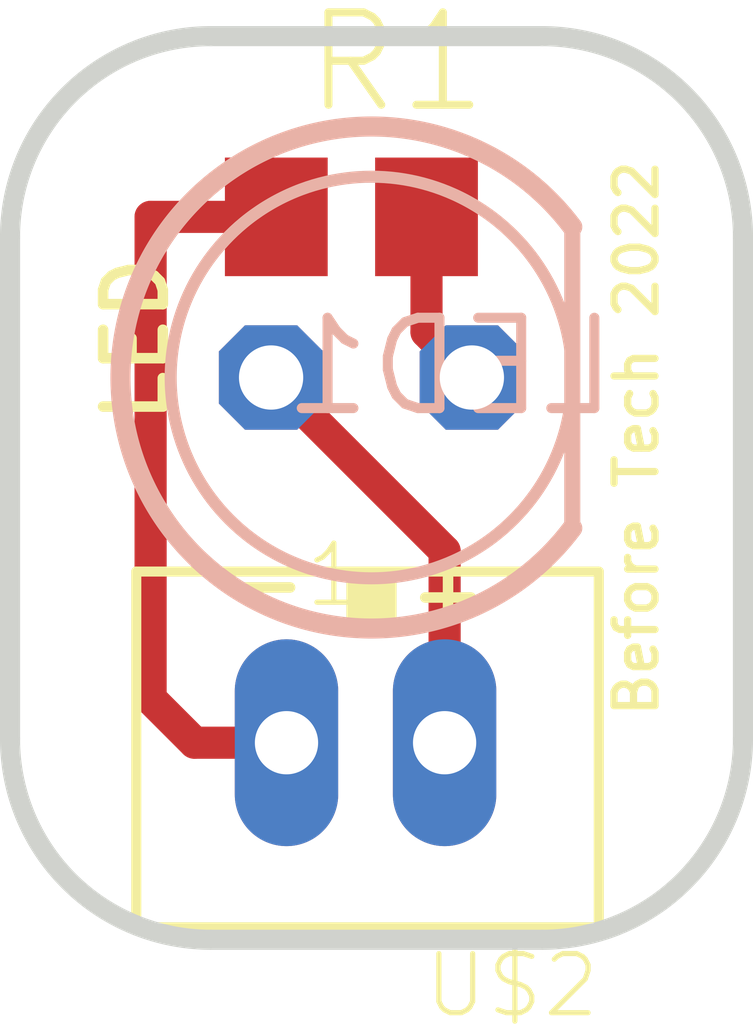
<source format=kicad_pcb>
(kicad_pcb (version 20211014) (generator pcbnew)
  (layers (0 "F.Cu" signal) (31 "B.Cu" signal) (34 "B.Paste" user) (35 "F.Paste" user) (36 "B.SilkS" user "B.Silkscreen") (37 "F.SilkS" user "F.Silkscreen") (38 "B.Mask" user) (39 "F.Mask" user) (44 "Edge.Cuts" user))
  (net 0 "")
  (net 1 "N$1")
  (net 2 "N$2")
  (net 3 "N$3")
  (footprint "weaver_led:JST_B2B-PH_HEADER" (layer "F.Cu") (at 148.4376 108.1786 180)
    (fp_text reference "U$2" (at -2.925 -2.6825 180) (layer "F.SilkS") (effects (font (size 0.747776 0.747776) (thickness 0.065024)) (justify right top)))
    (fp_text value "JST-PH_2-PIN_HEADER" hide)
    (fp_text user "1" (at 0.875 1.635 180) (layer "F.SilkS") (effects (font (size 0.747776 0.747776) (thickness 0.065024)) (justify left bottom)))
    (fp_line (start 2.975 -2.3825) (end 2.975 2.1175) (layer "F.SilkS") (width 0.127))
    (fp_line (start -2.875 2.1175) (end -2.875 -2.3825) (layer "F.SilkS") (width 0.127))
    (fp_line (start -2.875 -2.3825) (end 2.975 -2.3825) (layer "F.SilkS") (width 0.127))
    (fp_line (start 2.975 2.1175) (end -2.875 2.1175) (layer "F.SilkS") (width 0.127))
    (fp_poly (pts (xy -0.3175 2.060468) (xy 0.3175 2.060468) (xy 0.3175 1.425468) (xy -0.3175 1.425468)) (layer "F.SilkS") (width 0) (fill solid))
    (pad "P1" thru_hole oval (at 1.075 -0.0475 270) (size 2.616 1.308) (drill 0.8) (layers *.Cu *.Mask) (net 2 "N$2"))
    (pad "P2" thru_hole oval (at -0.925 -0.0475 270) (size 2.616 1.308) (drill 0.8) (layers *.Cu *.Mask) (net 3 "N$3"))
  )
  (footprint "weaver_led:R0805" (layer "F.Cu") (at 148.1836 101.5746)
    (fp_text reference "R1" (at -0.635 -1.27) (layer "F.SilkS") (effects (font (size 1.1684 1.1684) (thickness 0.1016)) (justify left bottom)))
    (fp_text value "")
    (pad "1" smd rect (at -0.95 0) (size 1.3 1.5) (layers "F.Cu" "F.Paste" "F.Mask") (net 2 "N$2"))
    (pad "2" smd rect (at 0.95 0) (size 1.3 1.5) (layers "F.Cu" "F.Paste" "F.Mask") (net 1 "N$1"))
  )
  (footprint "weaver_led:LED5MM" (layer "B.Cu") (at 148.4376 103.6066)
    (fp_text reference "LED1" (at 3.175 0.5334 180) (layer "B.SilkS") (effects (font (size 1.143 1.143) (thickness 0.127)) (justify left bottom mirror)))
    (fp_text value "")
    (fp_line (start 2.54 -1.905) (end 2.54 1.905) (layer "B.SilkS") (width 0.2032))
    (fp_arc (start 2.54 1.905) (mid -3.175 0) (end 2.54 -1.905) (layer "B.SilkS") (width 0.254))
    (fp_circle (center 0 0) (end 2.54 0) (layer "B.SilkS") (width 0.1524) (fill none))
    (pad "A" thru_hole roundrect (at -1.27 0) (size 1.3208 1.3208) (drill 0.8128) (layers *.Cu *.Mask) (chamfer_ratio 0.25) (chamfer top_left top_right bottom_left bottom_right) (net 3 "N$3"))
    (pad "K" thru_hole roundrect (at 1.27 0) (size 1.3208 1.3208) (drill 0.8128) (layers *.Cu *.Mask) (chamfer_ratio 0.25) (chamfer top_left top_right bottom_left bottom_right) (net 1 "N$1"))
  )
  (gr_arc (start 146.4056 110.7186) (mid 144.609549 109.974651) (end 143.8656 108.1786) (layer "Edge.Cuts") (width 0.254))
  (gr_arc (start 153.1366 108.1786) (mid 152.392651 109.974651) (end 150.5966 110.7186) (layer "Edge.Cuts") (width 0.254))
  (gr_line (start 143.8656 101.8286) (end 143.8656 108.1786) (layer "Edge.Cuts") (width 0.254))
  (gr_line (start 146.4056 99.2886) (end 150.5966 99.2886) (layer "Edge.Cuts") (width 0.254))
  (gr_arc (start 143.8656 101.8286) (mid 144.609549 100.032549) (end 146.4056 99.2886) (layer "Edge.Cuts") (width 0.254))
  (gr_arc (start 150.5966 99.2886) (mid 152.392651 100.032549) (end 153.1366 101.8286) (layer "Edge.Cuts") (width 0.254))
  (gr_line (start 153.1366 101.8286) (end 153.1366 108.1786) (layer "Edge.Cuts") (width 0.254))
  (gr_line (start 150.5966 110.7186) (end 146.4056 110.7186) (layer "Edge.Cuts") (width 0.254))
  (gr_text "+" (at 149.9616 105.8926) (layer "F.SilkS") (effects (font (size 0.75565 0.75565) (thickness 0.13335)) (justify right top)))
  (gr_text "-" (at 147.6756 105.7656) (layer "F.SilkS") (effects (font (size 0.75565 0.75565) (thickness 0.13335)) (justify right top)))
  (gr_text "LED" (at 145.8976 104.2416 90) (layer "F.SilkS") (effects (font (size 0.75565 0.75565) (thickness 0.13335)) (justify left bottom)))
  (gr_text "Before Tech 2022" (at 151.4856 100.8126 90) (layer "F.SilkS") (effects (font (size 0.51816 0.51816) (thickness 0.09144)) (justify right top)))
  (segment (start 149.1336 103.0326) (end 149.7076 103.6066) (width 0.4064) (layer "F.Cu") (net 1))
  (segment (start 149.1336 101.5746) (end 149.1336 103.0326) (width 0.4064) (layer "F.Cu") (net 1))
  (segment (start 146.1991 108.2261) (end 145.6436 107.6706) (width 0.4064) (layer "F.Cu") (net 2))
  (segment (start 145.6436 101.5746) (end 147.2336 101.5746) (width 0.4064) (layer "F.Cu") (net 2))
  (segment (start 145.6436 107.6706) (end 145.6436 101.5746) (width 0.4064) (layer "F.Cu") (net 2))
  (segment (start 147.3626 108.2261) (end 146.1991 108.2261) (width 0.4064) (layer "F.Cu") (net 2))
  (segment (start 149.3626 105.8016) (end 147.1676 103.6066) (width 0.4064) (layer "F.Cu") (net 3))
  (segment (start 149.3626 108.2261) (end 149.3626 105.8016) (width 0.4064) (layer "F.Cu") (net 3))
)
</source>
